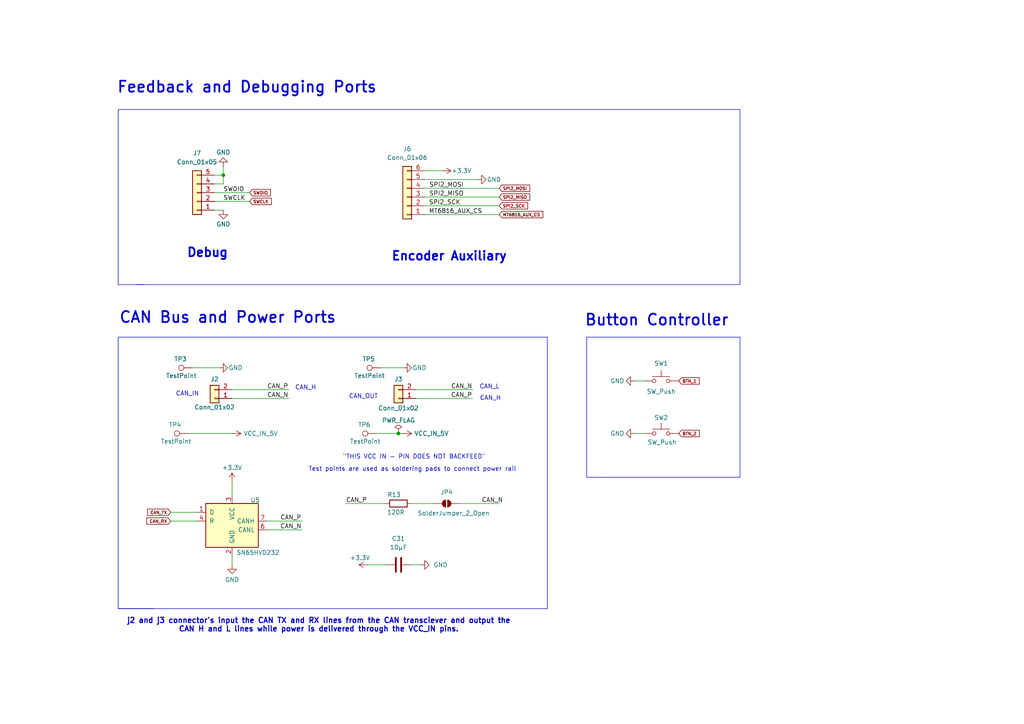
<source format=kicad_sch>
(kicad_sch (version 20231120) (generator "eeschema") (generator_version "8.0")
  (paper "A4")
  (title_block (title "Connection Ports") (date "2025-01-01") (rev "0.1") (comment 1 "From Ali M"))
  (lib_symbols
    (symbol "Connector:TestPoint" (pin_numbers hide) (pin_names (offset 0.762) hide)
      (property "Reference" "TP" (at 0 6.858 0))
      (property "Value" "TestPoint" (at 0 5.08 0))
      (symbol "TestPoint_0_1"
        (circle (center 0 3.302) (radius 0.762))
      )
      (symbol "TestPoint_1_1"
        (pin passive line (at 0 0 90) (length 2.54) (name "1") (number "1"))
      )
    )
    (symbol "Connector_Generic:Conn_01x02" (pin_names (offset 1.016) hide)
      (property "Reference" "J" (at 0 2.54 0))
      (property "Value" "Conn_01x02" (at 0 -5.08 0))
      (symbol "Conn_01x02_1_1"
        (rectangle (start -1.27 -2.413) (end 0 -2.667) (stroke (width 0.1524)))
        (rectangle (start -1.27 0.127) (end 0 -0.127) (stroke (width 0.1524)))
        (rectangle (start -1.27 1.27) (end 1.27 -3.81) (stroke (width 0.254)) (fill (type background)))
        (pin passive line (at -5.08 0 0) (length 3.81) (name "Pin_1") (number "1"))
        (pin passive line (at -5.08 -2.54 0) (length 3.81) (name "Pin_2") (number "2"))
      )
    )
    (symbol "Connector_Generic:Conn_01x05" (pin_names (offset 1.016) hide)
      (property "Reference" "J" (at 0 7.62 0))
      (property "Value" "Conn_01x05" (at 0 -7.62 0))
      (symbol "Conn_01x05_1_1"
        (rectangle (start -1.27 -4.953) (end 0 -5.207) (stroke (width 0.1524)))
        (rectangle (start -1.27 -2.413) (end 0 -2.667) (stroke (width 0.1524)))
        (rectangle (start -1.27 0.127) (end 0 -0.127) (stroke (width 0.1524)))
        (rectangle (start -1.27 2.667) (end 0 2.413) (stroke (width 0.1524)))
        (rectangle (start -1.27 5.207) (end 0 4.953) (stroke (width 0.1524)))
        (rectangle (start -1.27 6.35) (end 1.27 -6.35) (stroke (width 0.254)) (fill (type background)))
        (pin passive line (at -5.08 5.08 0) (length 3.81) (name "Pin_1") (number "1"))
        (pin passive line (at -5.08 2.54 0) (length 3.81) (name "Pin_2") (number "2"))
        (pin passive line (at -5.08 0 0) (length 3.81) (name "Pin_3") (number "3"))
        (pin passive line (at -5.08 -2.54 0) (length 3.81) (name "Pin_4") (number "4"))
        (pin passive line (at -5.08 -5.08 0) (length 3.81) (name "Pin_5") (number "5"))
      )
    )
    (symbol "Connector_Generic:Conn_01x06" (pin_names (offset 1.016) hide)
      (property "Reference" "J" (at 0 7.62 0))
      (property "Value" "Conn_01x06" (at 0 -10.16 0))
      (symbol "Conn_01x06_1_1"
        (rectangle (start -1.27 -7.493) (end 0 -7.747) (stroke (width 0.1524)))
        (rectangle (start -1.27 -4.953) (end 0 -5.207) (stroke (width 0.1524)))
        (rectangle (start -1.27 -2.413) (end 0 -2.667) (stroke (width 0.1524)))
        (rectangle (start -1.27 0.127) (end 0 -0.127) (stroke (width 0.1524)))
        (rectangle (start -1.27 2.667) (end 0 2.413) (stroke (width 0.1524)))
        (rectangle (start -1.27 5.207) (end 0 4.953) (stroke (width 0.1524)))
        (rectangle (start -1.27 6.35) (end 1.27 -8.89) (stroke (width 0.254)) (fill (type background)))
        (pin passive line (at -5.08 5.08 0) (length 3.81) (name "Pin_1") (number "1"))
        (pin passive line (at -5.08 2.54 0) (length 3.81) (name "Pin_2") (number "2"))
        (pin passive line (at -5.08 0 0) (length 3.81) (name "Pin_3") (number "3"))
        (pin passive line (at -5.08 -2.54 0) (length 3.81) (name "Pin_4") (number "4"))
        (pin passive line (at -5.08 -5.08 0) (length 3.81) (name "Pin_5") (number "5"))
        (pin passive line (at -5.08 -7.62 0) (length 3.81) (name "Pin_6") (number "6"))
      )
    )
    (symbol "Device:C" (pin_numbers hide) (pin_names (offset 0.254))
      (property "Reference" "C" (at 0.635 2.54 0))
      (property "Value" "C" (at 0.635 -2.54 0))
      (symbol "C_0_1"
        (polyline (pts (xy -2.032 -0.762) (xy 2.032 -0.762)) (stroke (width 0.508)))
        (polyline (pts (xy -2.032 0.762) (xy 2.032 0.762)) (stroke (width 0.508)))
      )
      (symbol "C_1_1"
        (pin passive line (at 0 3.81 270) (length 2.794) (name "~") (number "1"))
        (pin passive line (at 0 -3.81 90) (length 2.794) (name "~") (number "2"))
      )
    )
    (symbol "Device:R" (pin_numbers hide) (pin_names (offset 0))
      (property "Reference" "R" (at 2.032 0 90))
      (property "Value" "R" (at 0 0 90))
      (symbol "R_0_1"
        (rectangle (start -1.016 -2.54) (end 1.016 2.54) (stroke (width 0.254)))
      )
      (symbol "R_1_1"
        (pin passive line (at 0 3.81 270) (length 1.27) (name "~") (number "1"))
        (pin passive line (at 0 -3.81 90) (length 1.27) (name "~") (number "2"))
      )
    )
    (symbol "Interface_CAN_LIN:SN65HVD232" (pin_names (offset 1.016))
      (property "Reference" "U" (at -2.54 10.16 0))
      (property "Value" "SN65HVD232" (at -2.54 7.62 0))
      (symbol "SN65HVD232_0_1"
        (rectangle (start -7.62 5.08) (end 7.62 -7.62) (stroke (width 0.254)) (fill (type background)))
      )
      (symbol "SN65HVD232_1_1"
        (pin input line (at -10.16 2.54 0) (length 2.54) (name "D") (number "1"))
        (pin power_in line (at 0 -10.16 90) (length 2.54) (name "GND") (number "2"))
        (pin power_in line (at 0 7.62 270) (length 2.54) (name "VCC") (number "3"))
        (pin output line (at -10.16 0 0) (length 2.54) (name "R") (number "4"))
        (pin no_connect line (at -7.62 -2.54 0) (length 2.54) hide (name "NC") (number "5"))
        (pin bidirectional line (at 10.16 -2.54 180) (length 2.54) (name "CANL") (number "6"))
        (pin bidirectional line (at 10.16 0 180) (length 2.54) (name "CANH") (number "7"))
        (pin no_connect line (at -7.62 -5.08 0) (length 2.54) hide (name "NC") (number "8"))
      )
    )
    (symbol "Jumper:SolderJumper_2_Open" (pin_numbers hide) (pin_names (offset 0) hide) (exclude_from_sim yes) (in_bom no)
      (property "Reference" "JP" (at 0 2.032 0))
      (property "Value" "SolderJumper_2_Open" (at 0 -2.54 0))
      (symbol "SolderJumper_2_Open_0_1"
        (arc (start -0.254 1.016) (mid -1.2656 0) (end -0.254 -1.016))
        (arc (start -0.254 1.016) (mid -1.2656 0) (end -0.254 -1.016) (fill (type outline)))
        (polyline (pts (xy -0.254 1.016) (xy -0.254 -1.016)))
        (polyline (pts (xy 0.254 1.016) (xy 0.254 -1.016)))
        (arc (start 0.254 -1.016) (mid 1.2656 0) (end 0.254 1.016))
        (arc (start 0.254 -1.016) (mid 1.2656 0) (end 0.254 1.016) (fill (type outline)))
      )
      (symbol "SolderJumper_2_Open_1_1"
        (pin passive line (at -3.81 0 0) (length 2.54) (name "A") (number "1"))
        (pin passive line (at 3.81 0 180) (length 2.54) (name "B") (number "2"))
      )
    )
    (symbol "Switch:SW_Push" (pin_numbers hide) (pin_names (offset 1.016) hide)
      (property "Reference" "SW" (at 1.27 2.54 0))
      (property "Value" "SW_Push" (at 0 -1.524 0))
      (symbol "SW_Push_0_1"
        (circle (center -2.032 0) (radius 0.508))
        (polyline (pts (xy 0 1.27) (xy 0 3.048)))
        (polyline (pts (xy 2.54 1.27) (xy -2.54 1.27)))
        (circle (center 2.032 0) (radius 0.508))
        (pin passive line (at -5.08 0 0) (length 2.54) (name "1") (number "1"))
        (pin passive line (at 5.08 0 180) (length 2.54) (name "2") (number "2"))
      )
    )
    (symbol "power:+3.3V" (power) (pin_numbers hide) (pin_names (offset 0) hide)
      (property "Value" "+3.3V" (at 0 3.556 0))
      (symbol "+3.3V_0_1"
        (polyline (pts (xy -0.762 1.27) (xy 0 2.54)))
        (polyline (pts (xy 0 0) (xy 0 2.54)))
        (polyline (pts (xy 0 2.54) (xy 0.762 1.27)))
      )
      (symbol "+3.3V_1_1"
        (pin power_in line (at 0 0 90) (length 0) (name "~") (number "1"))
      )
    )
    (symbol "power:GND" (power) (pin_numbers hide) (pin_names (offset 0) hide)
      (property "Value" "GND" (at 0 -3.81 0))
      (symbol "GND_0_1"
        (polyline (pts (xy 0 0) (xy 0 -1.27) (xy 1.27 -1.27) (xy 0 -2.54) (xy -1.27 -1.27) (xy 0 -1.27)))
      )
      (symbol "GND_1_1"
        (pin power_in line (at 0 0 270) (length 0) (name "~") (number "1"))
      )
    )
    (symbol "power:PWR_FLAG" (power) (pin_numbers hide) (pin_names (offset 0) hide)
      (property "Value" "PWR_FLAG" (at 0 3.81 0))
      (symbol "PWR_FLAG_0_0"
        (pin power_out line (at 0 0 90) (length 0) (name "~") (number "1"))
      )
      (symbol "PWR_FLAG_0_1"
        (polyline (pts (xy 0 0) (xy 0 1.27) (xy -1.016 1.905) (xy 0 2.54) (xy 1.016 1.905) (xy 0 1.27)))
      )
    )
    (symbol "power:VCC" (power) (pin_numbers hide) (pin_names (offset 0) hide)
      (property "Value" "VCC" (at 0 3.556 0))
      (symbol "VCC_0_1"
        (polyline (pts (xy -0.762 1.27) (xy 0 2.54)))
        (polyline (pts (xy 0 0) (xy 0 2.54)))
        (polyline (pts (xy 0 2.54) (xy 0.762 1.27)))
      )
      (symbol "VCC_1_1"
        (pin power_in line (at 0 0 90) (length 0) (name "~") (number "1"))
      )
    )
  )
  (junction (at 115.57 125.73))
  (junction (at 64.77 50.8))
  (wire (pts (xy 62.23 53.34) (xy 64.77 53.34)))
  (wire (pts (xy 49.53 151.13) (xy 57.15 151.13)))
  (wire (pts (xy 55.88 106.68) (xy 63.5 106.68)))
  (wire (pts (xy 144.78 59.69) (xy 123.19 59.69)))
  (wire (pts (xy 123.19 57.15) (xy 144.78 57.15)))
  (wire (pts (xy 109.22 125.73) (xy 115.57 125.73)))
  (polyline (pts (xy 34.29 31.75) (xy 34.29 82.55)))
  (polyline (pts (xy 34.29 176.53) (xy 44.45 176.53)))
  (polyline (pts (xy 170.18 138.43) (xy 177.8 138.43)))
  (wire (pts (xy 184.15 110.49) (xy 186.69 110.49)))
  (polyline (pts (xy 214.63 138.43) (xy 214.63 97.79)))
  (polyline (pts (xy 173.99 138.43) (xy 214.63 138.43)))
  (wire (pts (xy 67.31 115.57) (xy 83.82 115.57)))
  (wire (pts (xy 67.31 139.7) (xy 67.31 143.51)))
  (polyline (pts (xy 158.75 97.79) (xy 34.29 97.79)))
  (wire (pts (xy 77.47 151.13) (xy 87.63 151.13)))
  (wire (pts (xy 123.19 49.53) (xy 128.27 49.53)))
  (wire (pts (xy 120.65 113.03) (xy 137.16 113.03)))
  (wire (pts (xy 62.23 55.88) (xy 72.39 55.88)))
  (wire (pts (xy 123.19 54.61) (xy 144.78 54.61)))
  (wire (pts (xy 64.77 60.96) (xy 62.23 60.96)))
  (wire (pts (xy 49.53 148.59) (xy 57.15 148.59)))
  (wire (pts (xy 54.61 125.73) (xy 67.31 125.73)))
  (polyline (pts (xy 170.18 97.79) (xy 170.18 138.43)))
  (wire (pts (xy 106.68 163.83) (xy 111.76 163.83)))
  (wire (pts (xy 110.49 106.68) (xy 116.84 106.68)))
  (wire (pts (xy 119.38 146.05) (xy 125.73 146.05)))
  (wire (pts (xy 62.23 58.42) (xy 72.39 58.42)))
  (wire (pts (xy 133.35 146.05) (xy 144.78 146.05)))
  (wire (pts (xy 100.33 146.05) (xy 111.76 146.05)))
  (wire (pts (xy 120.65 115.57) (xy 137.16 115.57)))
  (wire (pts (xy 184.15 125.73) (xy 186.69 125.73)))
  (wire (pts (xy 123.19 62.23) (xy 144.78 62.23)))
  (polyline (pts (xy 214.63 31.75) (xy 34.29 31.75)))
  (polyline (pts (xy 214.63 82.55) (xy 214.63 31.75)))
  (polyline (pts (xy 214.63 97.79) (xy 170.18 97.79)))
  (wire (pts (xy 64.77 50.8) (xy 62.23 50.8)))
  (polyline (pts (xy 34.29 97.79) (xy 34.29 176.53)))
  (polyline (pts (xy 34.29 176.53) (xy 158.75 176.53)))
  (wire (pts (xy 67.31 161.29) (xy 67.31 163.83)))
  (wire (pts (xy 116.84 125.73) (xy 115.57 125.73)))
  (wire (pts (xy 64.77 53.34) (xy 64.77 50.8)))
  (polyline (pts (xy 39.37 82.55) (xy 214.63 82.55)))
  (wire (pts (xy 77.47 153.67) (xy 87.63 153.67)))
  (wire (pts (xy 123.19 52.07) (xy 138.43 52.07)))
  (wire (pts (xy 67.31 113.03) (xy 83.82 113.03)))
  (polyline (pts (xy 158.75 176.53) (xy 158.75 97.79)))
  (wire (pts (xy 64.77 48.26) (xy 64.77 50.8)))
  (wire (pts (xy 119.38 163.83) (xy 121.92 163.83)))
  (polyline (pts (xy 34.29 82.55) (xy 41.91 82.55)))
  (text "CAN_L" (at 141.986 112.268 0) (effects (font (size 1.27 1.27))))
  (text "CAN Bus and Power Ports" (at 66.04 92.202 0) (effects (font (size 3.175 3.175) (thickness 0.508) (bold yes))))
  (text "CAN_IN" (at 54.356 114.3 0) (effects (font (size 1.27 1.27))))
  (text "CAN_H" (at 88.646 112.522 0) (effects (font (size 1.27 1.27))))
  (text "CAN_H" (at 142.24 115.57 0) (effects (font (size 1.27 1.27))))
  (text "Button Controller" (at 190.5 92.964 0) (effects (font (size 3.175 3.175) (thickness 0.508) (bold yes))))
  (text "Feedback and Debugging Ports" (at 71.628 25.4 0) (effects (font (size 3.175 3.175) (thickness 0.508) (bold yes))))
  (text "\n\"THIS VCC IN - PIN DOES NOT BACKFEED\"" (at 120.142 131.572 0) (effects (font (size 1.27 1.27))))
  (text "Test points are used as soldering pads to connect power rail" (at 119.634 136.144 0) (effects (font (size 1.27 1.27))))
  (text "j2 and j3 connector's input the CAN TX and RX lines from the CAN transciever and output the\nCAN H and L lines while power is delivered through the VCC_IN pins." (at 92.456 181.356 0) (effects (font (size 1.524 1.524) (thickness 0.3048) (bold yes))))
  (text "Encoder Auxiliary" (at 130.302 74.422 0) (effects (font (size 2.54 2.54) (thickness 0.508) (bold yes))))
  (text "CAN_OUT" (at 105.41 115.062 0) (effects (font (size 1.27 1.27))))
  (text "Debug" (at 60.198 73.406 0) (effects (font (size 2.54 2.54) (thickness 0.508) (bold yes))))
  (label "SPI2_MISO" (at 124.46 57.15 0))
  (label "CAN_P" (at 77.47 113.03 0))
  (label "SPI2_SCK" (at 124.38 59.69 0))
  (label "CAN_P" (at 130.81 115.57 0))
  (label "SWDIO" (at 64.77 55.88 0))
  (label "SPI2_MOSI" (at 134.54 54.61 180))
  (label "CAN_N" (at 81.28 153.67 0))
  (label "MT6816_AUX_CS" (at 124.38 62.23 0))
  (label "SWCLK" (at 64.77 58.42 0))
  (label "CAN_N" (at 139.7 146.05 0))
  (label "CAN_N" (at 77.47 115.57 0))
  (label "CAN_P" (at 81.28 151.13 0))
  (label "CAN_P" (at 100.33 146.05 0))
  (label "CAN_N" (at 130.81 113.03 0))
  (global_label "SWCLK" (shape input) (at 72.39 58.42 0) (effects (font (size 0.889 0.889) (thickness 0.1778) (bold yes))) (property "Intersheetrefs" "${INTERSHEET_REFS}" (effects (hide yes))))
  (global_label "SPI2_MOSI" (shape input) (at 144.78 54.61 0) (effects (font (size 0.889 0.889) (thickness 0.1778) (bold yes))) (property "Intersheetrefs" "${INTERSHEET_REFS}" (effects (hide yes))))
  (global_label "BTN_1" (shape input) (at 196.85 110.49 0) (effects (font (size 0.889 0.889) (thickness 0.1778) (bold yes))) (property "Intersheetrefs" "${INTERSHEET_REFS}" (effects (hide yes))))
  (global_label "SPI2_MISO" (shape input) (at 144.78 57.15 0) (effects (font (size 0.889 0.889) (thickness 0.1778) (bold yes))) (property "Intersheetrefs" "${INTERSHEET_REFS}" (effects (hide yes))))
  (global_label "SWDIO" (shape input) (at 72.39 55.88 0) (effects (font (size 0.889 0.889) (thickness 0.1778) (bold yes))) (property "Intersheetrefs" "${INTERSHEET_REFS}" (effects (hide yes))))
  (global_label "MT6816_AUX_CS" (shape input) (at 144.78 62.23 0) (effects (font (size 0.889 0.889) (thickness 0.1778) (bold yes))) (property "Intersheetrefs" "${INTERSHEET_REFS}" (effects (hide yes))))
  (global_label "BTN_2" (shape input) (at 196.85 125.73 0) (effects (font (size 0.889 0.889) (thickness 0.1778) (bold yes))) (property "Intersheetrefs" "${INTERSHEET_REFS}" (effects (hide yes))))
  (global_label "CAN_RX" (shape input) (at 49.53 151.13 180) (effects (font (size 0.889 0.889) (thickness 0.1778) (bold yes))) (property "Intersheetrefs" "${INTERSHEET_REFS}" (effects (hide yes))))
  (global_label "CAN_TX" (shape input) (at 49.53 148.59 180) (effects (font (size 0.889 0.889) (thickness 0.1778) (bold yes))) (property "Intersheetrefs" "${INTERSHEET_REFS}" (effects (hide yes))))
  (global_label "SPI2_SCK" (shape input) (at 144.78 59.69 0) (effects (font (size 0.889 0.889) (thickness 0.1778) (bold yes))) (property "Intersheetrefs" "${INTERSHEET_REFS}" (effects (hide yes))))
  (symbol (lib_id "Connector_Generic:Conn_01x02") (at 115.57 115.57 180) (unit 1)
    (property "Reference" "J3" (at 115.57 109.982 0))
    (property "Value" "Conn_01x02" (at 115.57 118.364 0))
    (property "Footprint" "Connector_JST:JST_ZH_S2B-ZR-SM4A-TF_1x02-1MP_P1.50mm_Horizontal" (effects (hide yes)))
    (property "Description" "Generic connector, single row, 01x02, script generated (kicad-library-utils/schlib/autogen/connector/)" (effects (hide yes)))
  )
  (symbol (lib_id "power:GND") (at 121.92 163.83 90) (unit 1)
    (property "Reference" "#PWR058" (effects (hide yes)))
    (property "Value" "GND" (at 127.762 163.83 90))
    (property "Description" "Power symbol creates a global label with name \"GND\" , ground" (effects (hide yes)))
  )
  (symbol (lib_id "power:VCC") (at 116.84 125.73 270) (unit 1)
    (property "Reference" "#PWR052" (effects (hide yes)))
    (property "Value" "VCC_IN_5V" (at 120.142 125.73 90) (effects (justify left)))
    (property "Description" "Power symbol creates a global label with name \"VCC\"" (effects (hide yes)))
  )
  (symbol (lib_id "power:GND") (at 116.84 106.68 90) (unit 1)
    (property "Reference" "#PWR051" (effects (hide yes)))
    (property "Value" "GND" (at 121.666 106.68 90))
    (property "Description" "Power symbol creates a global label with name \"GND\" , ground" (effects (hide yes)))
  )
  (symbol (lib_id "Interface_CAN_LIN:SN65HVD232") (at 67.31 151.13 0) (unit 1)
    (property "Reference" "U5" (at 72.644 145.034 0) (effects (justify left)))
    (property "Value" "SN65HVD232" (at 68.58 160.274 0) (effects (justify left)))
    (property "Footprint" "Package_SO:SOIC-8_3.9x4.9mm_P1.27mm" (effects (hide yes)))
    (property "Datasheet" "http://www.ti.com/lit/ds/symlink/sn65hvd230.pdf" (effects (hide yes)))
    (property "Description" "CAN Bus Transceivers, 3.3V, 1Mbps, SOIC-8" (effects (hide yes)))
  )
  (symbol (lib_id "power:GND") (at 184.15 125.73 270) (unit 1)
    (property "Reference" "#PWR056" (effects (hide yes)))
    (property "Value" "GND" (at 179.07 125.73 90))
    (property "Description" "Power symbol creates a global label with name \"GND\" , ground" (effects (hide yes)))
  )
  (symbol (lib_id "power:GND") (at 184.15 110.49 270) (unit 1)
    (property "Reference" "#PWR055" (effects (hide yes)))
    (property "Value" "GND" (at 179.07 110.49 90))
    (property "Description" "Power symbol creates a global label with name \"GND\" , ground" (effects (hide yes)))
  )
  (symbol (lib_id "power:GND") (at 63.5 106.68 90) (unit 1)
    (property "Reference" "#PWR046" (effects (hide yes)))
    (property "Value" "GND" (at 68.326 106.68 90))
    (property "Description" "Power symbol creates a global label with name \"GND\" , ground" (effects (hide yes)))
  )
  (symbol (lib_id "Connector:TestPoint") (at 54.61 125.73 90) (unit 1)
    (property "Reference" "TP4" (at 50.8 123.19 90))
    (property "Value" "TestPoint" (at 51.054 128.016 90))
    (property "Footprint" "Connector_Wire:SolderWirePad_1x01_SMD_5x10mm" (effects (hide yes)))
    (property "Description" "test point" (effects (hide yes)))
  )
  (symbol (lib_id "power:PWR_FLAG") (at 115.57 125.73 0) (unit 1)
    (property "Reference" "#FLG03" (effects (hide yes)))
    (property "Value" "PWR_FLAG" (at 115.57 121.92 0))
    (property "Description" "Special symbol for telling ERC where power comes from" (effects (hide yes)))
  )
  (symbol (lib_id "power:GND") (at 64.77 60.96 0) (unit 1)
    (property "Reference" "#PWR050" (effects (hide yes)))
    (property "Value" "GND" (at 64.77 65.024 0))
    (property "Description" "Power symbol creates a global label with name \"GND\" , ground" (effects (hide yes)))
  )
  (symbol (lib_id "Switch:SW_Push") (at 191.77 110.49 0) (unit 1)
    (property "Reference" "SW1" (at 191.77 105.41 0))
    (property "Value" "SW_Push" (at 191.77 113.538 0))
    (property "Footprint" "Button_Switch_SMD:SW_SPST_SKQG_WithStem" (effects (hide yes)))
    (property "Description" "Push button switch, generic, two pins" (effects (hide yes)))
  )
  (symbol (lib_id "power:GND") (at 138.43 52.07 90) (unit 1)
    (property "Reference" "#PWR054" (effects (hide yes)))
    (property "Value" "GND" (at 143.256 52.07 90))
    (property "Description" "Power symbol creates a global label with name \"GND\" , ground" (effects (hide yes)))
  )
  (symbol (lib_id "power:GND") (at 67.31 163.83 0) (unit 1)
    (property "Reference" "#PWR045" (effects (hide yes)))
    (property "Value" "GND" (at 67.31 168.148 0))
    (property "Description" "Power symbol creates a global label with name \"GND\" , ground" (effects (hide yes)))
  )
  (symbol (lib_id "Connector_Generic:Conn_01x02") (at 62.23 115.57 180) (unit 1)
    (property "Reference" "J2" (at 62.23 109.982 0))
    (property "Value" "Conn_01x02" (at 62.23 118.11 0))
    (property "Footprint" "Connector_JST:JST_ZH_S2B-ZR-SM4A-TF_1x02-1MP_P1.50mm_Horizontal" (effects (hide yes)))
    (property "Description" "Generic connector, single row, 01x02, script generated (kicad-library-utils/schlib/autogen/connector/)" (effects (hide yes)))
  )
  (symbol (lib_id "Jumper:SolderJumper_2_Open") (at 129.54 146.05 0) (unit 1) (exclude_from_sim yes) (in_bom no)
    (property "Reference" "JP4" (at 129.54 142.748 0))
    (property "Value" "SolderJumper_2_Open" (at 131.572 148.844 0))
    (property "Footprint" "Jumper:SolderJumper-2_P1.3mm_Open_RoundedPad1.0x1.5mm" (effects (hide yes)))
    (property "Description" "Solder Jumper, 2-pole, open" (effects (hide yes)))
  )
  (symbol (lib_id "power:GND") (at 64.77 48.26 180) (unit 1)
    (property "Reference" "#PWR049" (effects (hide yes)))
    (property "Value" "GND" (at 64.77 44.196 0))
    (property "Description" "Power symbol creates a global label with name \"GND\" , ground" (effects (hide yes)))
  )
  (symbol (lib_id "Connector:TestPoint") (at 55.88 106.68 90) (unit 1)
    (property "Reference" "TP3" (at 52.324 104.14 90))
    (property "Value" "TestPoint" (at 52.578 108.966 90))
    (property "Footprint" "Connector_Wire:SolderWirePad_1x01_SMD_5x10mm" (effects (hide yes)))
    (property "Description" "test point" (effects (hide yes)))
  )
  (symbol (lib_id "Connector:TestPoint") (at 109.22 125.73 90) (unit 1)
    (property "Reference" "TP6" (at 105.664 123.19 90))
    (property "Value" "TestPoint" (at 105.918 128.016 90))
    (property "Footprint" "Connector_Wire:SolderWirePad_1x01_SMD_5x10mm" (effects (hide yes)))
    (property "Description" "test point" (effects (hide yes)))
  )
  (symbol (lib_id "Connector:TestPoint") (at 110.49 106.68 90) (unit 1)
    (property "Reference" "TP5" (at 106.934 104.14 90))
    (property "Value" "TestPoint" (at 107.188 108.966 90))
    (property "Footprint" "Connector_Wire:SolderWirePad_1x01_SMD_5x10mm" (effects (hide yes)))
    (property "Description" "test point" (effects (hide yes)))
  )
  (symbol (lib_id "power:+3.3V") (at 128.27 49.53 270) (unit 1)
    (property "Reference" "#PWR053" (effects (hide yes)))
    (property "Value" "+3.3V" (at 133.858 49.53 90))
    (property "Description" "Power symbol creates a global label with name \"+3.3V\"" (effects (hide yes)))
  )
  (symbol (lib_id "Connector_Generic:Conn_01x05") (at 57.15 55.88 180) (unit 1)
    (property "Reference" "J7" (at 57.15 44.45 0))
    (property "Value" "Conn_01x05" (at 57.15 46.99 0))
    (property "Footprint" "Connector_JST:JST_ZH_S5B-ZR-SM4A-TF_1x05-1MP_P1.50mm_Horizontal" (effects (hide yes)))
    (property "Description" "Generic connector, single row, 01x05, script generated (kicad-library-utils/schlib/autogen/connector/)" (effects (hide yes)))
  )
  (symbol (lib_id "power:+3.3V") (at 67.31 139.7 0) (unit 1)
    (property "Reference" "#PWR044" (effects (hide yes)))
    (property "Value" "+3.3V" (at 67.31 135.636 0))
    (property "Description" "Power symbol creates a global label with name \"+3.3V\"" (effects (hide yes)))
  )
  (symbol (lib_id "Device:C") (at 115.57 163.83 90) (unit 1)
    (property "Reference" "C31" (at 115.57 156.21 90))
    (property "Value" "10µF" (at 115.57 158.75 90))
    (property "Footprint" "Capacitor_SMD:C_0603_1608Metric" (effects (hide yes)))
    (property "Description" "Unpolarized capacitor" (effects (hide yes)))
  )
  (symbol (lib_id "Switch:SW_Push") (at 191.77 125.73 0) (unit 1)
    (property "Reference" "SW2" (at 191.77 121.158 0))
    (property "Value" "SW_Push" (at 192.024 128.27 0))
    (property "Footprint" "Button_Switch_SMD:SW_SPST_SKQG_WithStem" (effects (hide yes)))
    (property "Description" "Push button switch, generic, two pins" (effects (hide yes)))
  )
  (symbol (lib_id "Connector_Generic:Conn_01x06") (at 118.11 57.15 180) (unit 1)
    (property "Reference" "J6" (at 118.11 43.18 0))
    (property "Value" "Conn_01x06" (at 118.11 45.72 0))
    (property "Footprint" "Connector_JST:JST_ZH_S6B-ZR-SM4A-TF_1x06-1MP_P1.50mm_Horizontal" (effects (hide yes)))
    (property "Description" "Generic connector, single row, 01x06, script generated (kicad-library-utils/schlib/autogen/connector/)" (effects (hide yes)))
  )
  (symbol (lib_id "power:VCC") (at 67.31 125.73 270) (unit 1)
    (property "Reference" "#PWR047" (effects (hide yes)))
    (property "Value" "VCC_IN_5V" (at 70.612 125.73 90) (effects (justify left)))
    (property "Description" "Power symbol creates a global label with name \"VCC\"" (effects (hide yes)))
  )
  (symbol (lib_id "Device:R") (at 115.57 146.05 90) (unit 1)
    (property "Reference" "R13" (at 114.3 143.51 90))
    (property "Value" "120R" (at 114.808 148.59 90))
    (property "Footprint" "Resistor_SMD:R_0402_1005Metric" (effects (hide yes)))
    (property "Description" "Resistor" (effects (hide yes)))
  )
  (symbol (lib_id "power:+3.3V") (at 106.68 163.83 90) (unit 1)
    (property "Reference" "#PWR057" (effects (hide yes)))
    (property "Value" "+3.3V" (at 104.394 161.798 90))
    (property "Description" "Power symbol creates a global label with name \"+3.3V\"" (effects (hide yes)))
  )
)
</source>
